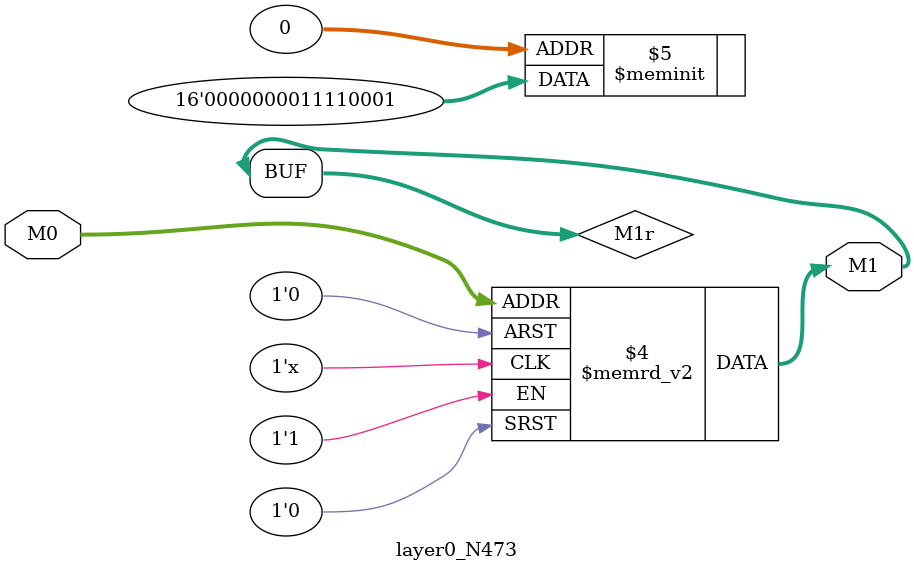
<source format=v>
module layer0_N473 ( input [2:0] M0, output [1:0] M1 );

	(*rom_style = "distributed" *) reg [1:0] M1r;
	assign M1 = M1r;
	always @ (M0) begin
		case (M0)
			3'b000: M1r = 2'b01;
			3'b100: M1r = 2'b00;
			3'b010: M1r = 2'b11;
			3'b110: M1r = 2'b00;
			3'b001: M1r = 2'b00;
			3'b101: M1r = 2'b00;
			3'b011: M1r = 2'b11;
			3'b111: M1r = 2'b00;

		endcase
	end
endmodule

</source>
